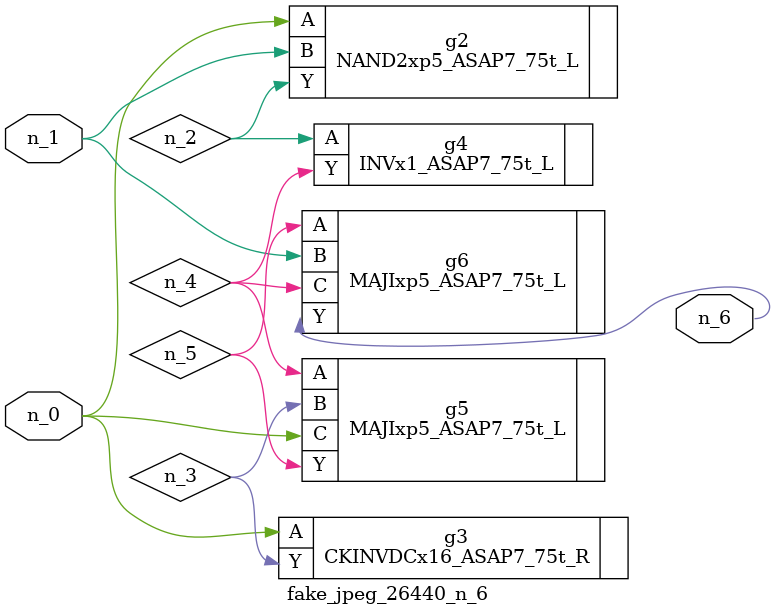
<source format=v>
module fake_jpeg_26440_n_6 (n_0, n_1, n_6);

input n_0;
input n_1;

output n_6;

wire n_3;
wire n_2;
wire n_4;
wire n_5;

NAND2xp5_ASAP7_75t_L g2 ( 
.A(n_0),
.B(n_1),
.Y(n_2)
);

CKINVDCx16_ASAP7_75t_R g3 ( 
.A(n_0),
.Y(n_3)
);

INVx1_ASAP7_75t_L g4 ( 
.A(n_2),
.Y(n_4)
);

MAJIxp5_ASAP7_75t_L g5 ( 
.A(n_4),
.B(n_3),
.C(n_0),
.Y(n_5)
);

MAJIxp5_ASAP7_75t_L g6 ( 
.A(n_5),
.B(n_1),
.C(n_4),
.Y(n_6)
);


endmodule
</source>
